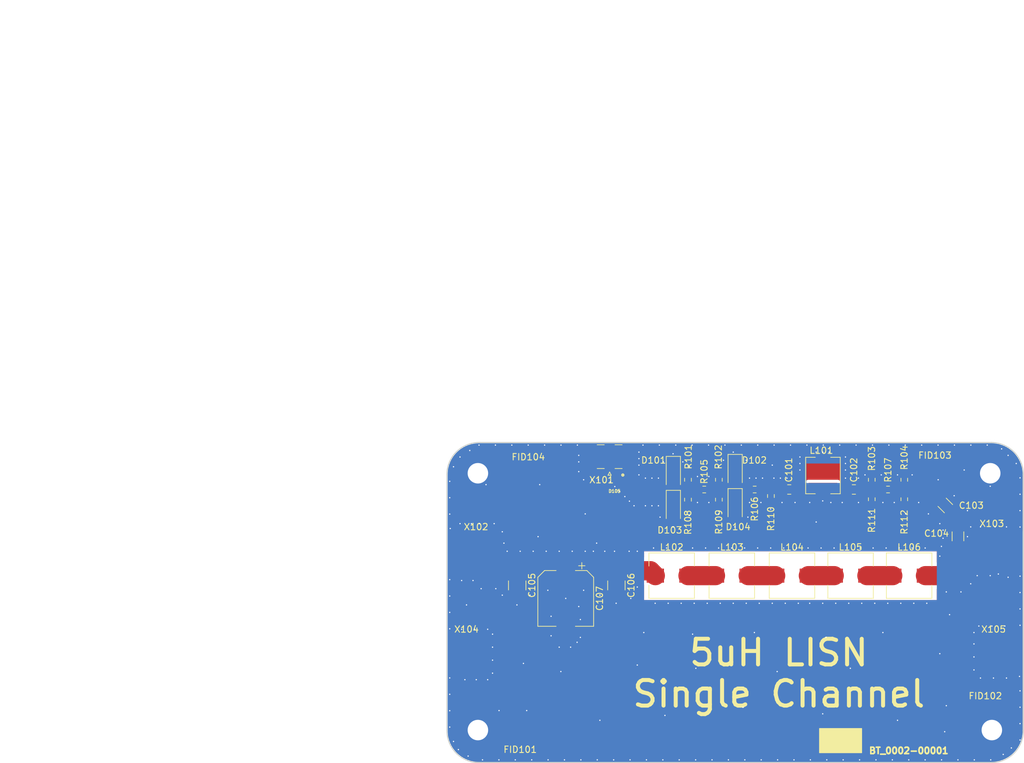
<source format=kicad_pcb>
(kicad_pcb (version 20240108) (generator "pcbnew") (generator_version "8.0")
  (layers (0 "F.Cu" signal) (31 "B.Cu" signal) (34 "B.Paste" user) (35 "F.Paste" user) (36 "B.SilkS" user "B.Silkscreen") (37 "F.SilkS" user "F.Silkscreen") (38 "B.Mask" user) (39 "F.Mask" user) (44 "Edge.Cuts" user))
  (net 0 "")
  (net 1 "Net-(C101-Pad2)")
  (net 2 "Net-(C101-Pad1)")
  (net 3 "Net-(C102-Pad2)")
  (net 4 "Net-(C103-Pad2)")
  (net 5 "Net-(C103-Pad1)")
  (net 6 "Net-(X103-Pin_1)")
  (net 7 "GND")
  (net 8 "Net-(X102-Pin_1)")
  (net 9 "Net-(D101-A)")
  (net 10 "Net-(D102-A)")
  (net 11 "Net-(L102-Pad2)")
  (net 12 "Net-(L103-Pad2)")
  (net 13 "Net-(L104-Pad2)")
  (net 14 "Net-(L105-Pad2)")
  (footprint "Capacitor_SMD:C_1210_3225Metric" (layer "F.Cu") (at 96.266 91.186 -90)
    (property "Reference" "C106")
    (property "Value" "2u2 100V" (hide yes))
  )
  (footprint "Resistor_SMD:R_0603_1608Metric" (layer "F.Cu") (at 136.144 77.724 -90)
    (property "Reference" "R111")
    (property "Value" "510R" (hide yes))
  )
  (footprint "Resistor_SMD:R_0603_1608Metric" (layer "F.Cu") (at 107.442 77.787 -90)
    (property "Reference" "R108")
    (property "Value" "910R" (hide yes))
  )
  (footprint "Fiducial:Fiducial_0.5mm_Mask1mm" (layer "F.Cu") (at 149.564 70.866)
    (property "Reference" "FID103")
    (property "Value" "Fiducial_05_1" (hide yes))
  )
  (footprint "Diode_SMD:D_MiniMELF" (layer "F.Cu") (at 114.808 73.378 -90)
    (property "Reference" "D102")
    (property "Value" "LL4148" (hide yes))
  )
  (footprint "MountingHole:MountingHole_3.2mm_M3_DIN965_Pad_TopBottom" (layer "F.Cu") (at 154.898 113.792)
    (property "Reference" "H103" (hide yes))
    (property "Value" "MountingHole_Pad" (hide yes))
  )
  (footprint "MountingHole:MountingHole_3.2mm_M3_DIN965_Pad_TopBottom" (layer "F.Cu") (at 74.634 73.66)
    (property "Reference" "H101" (hide yes))
    (property "Value" "MountingHole_Pad" (hide yes))
  )
  (footprint "Capacitor_SMD:C_1206_3216Metric" (layer "F.Cu") (at 147.627966 78.695966 -45)
    (property "Reference" "C103")
    (property "Value" "100n 250V" (hide yes))
  )
  (footprint "MountingHole:MountingHole_3.2mm_M3_DIN965_Pad_TopBottom" (layer "F.Cu") (at 74.634 113.792)
    (property "Reference" "H104" (hide yes))
    (property "Value" "MountingHole_Pad" (hide yes))
  )
  (footprint "Inductor_SMD:L_Wuerth_HCI-7050" (layer "F.Cu") (at 141.976 89.662)
    (property "Reference" "L106")
    (property "Value" "1.1uH 15A" (hide yes))
  )
  (footprint "Resistor_SMD:R_0603_1608Metric" (layer "F.Cu") (at 117.856 76.2)
    (property "Reference" "R106")
    (property "Value" "27R" (hide yes))
  )
  (footprint "bt_footprints:SLB4_6x6mm" (layer "F.Cu") (at 72.856 101.854)
    (property "Reference" "X104")
    (property "Value" "SLB4,BLACK" (hide yes))
  )
  (footprint "MountingHole:MountingHole_3.2mm_M3_DIN965_Pad_TopBottom" (layer "F.Cu") (at 154.644 73.66)
    (property "Reference" "H102" (hide yes))
    (property "Value" "MountingHole_Pad" (hide yes))
  )
  (footprint "Resistor_SMD:R_0603_1608Metric" (layer "F.Cu") (at 107.442 74.676 -90)
    (property "Reference" "R101")
    (property "Value" "820R" (hide yes))
  )
  (footprint "Resistor_SMD:R_0603_1608Metric" (layer "F.Cu") (at 112.268 74.676 -90)
    (property "Reference" "R102")
    (property "Value" "180R" (hide yes))
  )
  (footprint "Resistor_SMD:R_0603_1608Metric" (layer "F.Cu") (at 109.982 76.2)
    (property "Reference" "R105")
    (property "Value" "12R" (hide yes))
  )
  (footprint "Fiducial:Fiducial_0.5mm_Mask1mm" (layer "F.Cu") (at 157.438 108.458)
    (property "Reference" "FID102")
    (property "Value" "Fiducial_05_1" (hide yes))
  )
  (footprint "Fiducial:Fiducial_0.5mm_Mask1mm" (layer "F.Cu") (at 78.952 71.12)
    (property "Reference" "FID104")
    (property "Value" "Fiducial_05_1" (hide yes))
  )
  (footprint "Resistor_SMD:R_0603_1608Metric" (layer "F.Cu") (at 138.684 76.2)
    (property "Reference" "R107")
    (property "Value" "18R" (hide yes))
  )
  (footprint "Inductor_SMD:L_Wuerth_HCI-7050" (layer "F.Cu") (at 114.29 89.662)
    (property "Reference" "L103")
    (property "Value" "1.1uH 15A" (hide yes))
  )
  (footprint "Inductor_SMD:L_Wuerth_HCI-7050" (layer "F.Cu") (at 123.688 89.662)
    (property "Reference" "L104")
    (property "Value" "1.1uH 15A" (hide yes))
  )
  (footprint "bt_footprints:SLB4_6x6mm" (layer "F.Cu") (at 74.634 85.852)
    (property "Reference" "X102")
    (property "Value" "SLB4,RED" (hide yes))
  )
  (footprint "Capacitor_SMD:C_1210_3225Metric" (layer "F.Cu") (at 80.772 91.186 -90)
    (property "Reference" "C105")
    (property "Value" "2u2 100V" (hide yes))
  )
  (footprint "Diode_SMD:D_MiniMELF" (layer "F.Cu") (at 114.808 78.712 -90)
    (property "Reference" "D104")
    (property "Value" "LL4148" (hide yes))
  )
  (footprint "Capacitor_SMD:C_1206_3216Metric" (layer "F.Cu") (at 149.606 83.517 -90)
    (property "Reference" "C104")
    (property "Value" "100n 250V" (hide yes))
  )
  (footprint "Diode_SMD:D_MiniMELF" (layer "F.Cu") (at 105.156 78.994 -90)
    (property "Reference" "D103")
    (property "Value" "LL4148" (hide yes))
  )
  (footprint "Inductor_SMD:L_Wuerth_HCI-7050" (layer "F.Cu") (at 104.892 89.662)
    (property "Reference" "L102")
    (property "Value" "1.1uH 15A" (hide yes))
  )
  (footprint "Capacitor_SMD:C_0805_2012Metric" (layer "F.Cu") (at 123.256001 76.2)
    (property "Reference" "C101")
    (property "Value" "470n 50V" (hide yes))
  )
  (footprint "bt_footprints:WE-TVS_DFN1210-6L" (layer "F.Cu") (at 97.266517 75.210517 -135)
    (property "Reference" "D105")
    (property "Value" "3.3Vdc" (hide yes))
  )
  (footprint "Inductor_SMD:L_Wuerth_HCI-7050" (layer "F.Cu") (at 132.832 89.662)
    (property "Reference" "L105")
    (property "Value" "1.1uH 15A" (hide yes))
  )
  (footprint "bt_footprints:SLB4_6x6mm" (layer "F.Cu") (at 156.676 101.854)
    (property "Reference" "X105")
    (property "Value" "SLB4,BLACK" (hide yes))
  )
  (footprint "Resistor_SMD:R_0603_1608Metric" (layer "F.Cu") (at 112.268 77.787 -90)
    (property "Reference" "R109")
    (property "Value" "270R" (hide yes))
  )
  (footprint "Fiducial:Fiducial_0.5mm_Mask1mm" (layer "F.Cu") (at 77.682 116.84)
    (property "Reference" "FID101")
    (property "Value" "Fiducial_05_1" (hide yes))
  )
  (footprint "Resistor_SMD:R_0603_1608Metric" (layer "F.Cu") (at 136.144 74.676 -90)
    (property "Reference" "R103")
    (property "Value" "680R" (hide yes))
  )
  (footprint "Capacitor_SMD:C_0805_2012Metric" (layer "F.Cu") (at 133.35 76.2)
    (property "Reference" "C102")
    (property "Value" "470n 50V" (hide yes))
  )
  (footprint "Capacitor_SMD:CP_Elec_8x10.5" (layer "F.Cu") (at 88.35 93.218 -90)
    (property "Reference" "C107")
    (property "Value" "22u 100V" (hide yes))
  )
  (footprint "Diode_SMD:D_MiniMELF" (layer "F.Cu") (at 105.156 73.688 -90)
    (property "Reference" "D101")
    (property "Value" "LL4148" (hide yes))
  )
  (footprint "bt_footprints:L_WE-LQS-5040" (layer "F.Cu") (at 128.524 74.020999 90)
    (property "Reference" "L101")
    (property "Value" "1mH 0.2A" (hide yes))
  )
  (footprint "Resistor_SMD:R_0603_1608Metric" (layer "F.Cu") (at 141.224 77.724 -90)
    (property "Reference" "R112")
    (property "Value" "680R" (hide yes))
  )
  (footprint "Resistor_SMD:R_0603_1608Metric" (layer "F.Cu") (at 141.224 74.676 -90)
    (property "Reference" "R104")
    (property "Value" "680R" (hide yes))
  )
  (footprint "Connector_Coaxial:SMA_Samtec_SMA-J-P-X-ST-EM1_EdgeMount" (layer "F.Cu") (at 95.208 71.2105 180)
    (property "Reference" "X101")
    (property "Value" "Conn_Coaxial_Small")
  )
  (footprint "bt_footprints:SLB4_6x6mm" (layer "F.Cu") (at 154.898 85.852)
    (property "Reference" "X103")
    (property "Value" "SLB4,RED" (hide yes))
  )
  (footprint "Resistor_SMD:R_0603_1608Metric" (layer "F.Cu") (at 120.396 77.216 -90)
    (property "Reference" "R110")
    (property "Value" "220R" (hide yes))
  )
  (gr_rect (start 127.974 113.538) (end 134.578 117.348) (stroke (width 0.1)) (fill solid) (layer "F.SilkS"))
  (gr_arc (start 74.808 118.872) (mid 71.272466 117.407534) (end 69.808 113.872001) (stroke (width 0.2)) (layer "Edge.Cuts"))
  (gr_arc (start 154.808 68.872) (mid 158.343534 70.336466) (end 159.808 73.872) (stroke (width 0.2)) (layer "Edge.Cuts"))
  (gr_line (start 159.808 73.872) (end 159.808 113.872) (stroke (width 0.2)) (layer "Edge.Cuts"))
  (gr_line (start 74.807999 68.872) (end 154.808 68.872) (stroke (width 0.2)) (layer "Edge.Cuts"))
  (gr_arc (start 159.808 113.872) (mid 158.343534 117.407534) (end 154.808 118.872) (stroke (width 0.2)) (layer "Edge.Cuts"))
  (gr_line (start 69.808 113.872001) (end 69.808 73.872) (stroke (width 0.2)) (layer "Edge.Cuts"))
  (gr_arc (start 69.808 73.872) (mid 71.272466 70.336466) (end 74.807999 68.872) (stroke (width 0.2)) (layer "Edge.Cuts"))
  (gr_line (start 154.808 118.872) (end 74.808 118.872) (stroke (width 0.2)) (layer "Edge.Cuts"))
  (gr_text "BT_0002-00001" (at 135.594 117.602 0) (layer "F.SilkS") (effects (font (size 1 1) (thickness 0.25) (bold yes)) (justify left bottom)))
  (gr_text "5uH LISN\nSingle Channel" (at 121.624 110.49 0) (layer "F.SilkS") (effects (font (size 4 4) (thickness 0.625)) (justify bottom)))
  (segment (start 132.4 76.2) (end 124.206001 76.2) (width 1) (layer "F.Cu") (net 1))
  (segment (start 122.306001 76.2) (end 118.681 76.2) (width 1) (layer "F.Cu") (net 2))
  (segment (start 136.144 75.501) (end 136.144 76.899) (width 1) (layer "F.Cu") (net 3))
  (segment (start 137.859 76.2) (end 134.3 76.2) (width 1) (layer "F.Cu") (net 3))
  (segment (start 149.606 82.042) (end 149.606 80.674) (width 1) (layer "F.Cu") (net 4))
  (segment (start 149.606 80.674) (end 148.670949 79.738949) (width 1) (layer "F.Cu") (net 4))
  (segment (start 139.509 76.2) (end 145.132 76.2) (width 1) (layer "F.Cu") (net 5))
  (segment (start 145.132 76.2) (end 146.584983 77.652983) (width 1) (layer "F.Cu") (net 5))
  (segment (start 141.224 75.501) (end 141.224 76.899) (width 1) (layer "F.Cu") (net 5))
  (segment (start 154.898 85.852) (end 151.921638 85.852) (width 3) (layer "F.Cu") (net 6))
  (segment (start 149.606 84.992) (end 149.606 87.672) (width 1) (layer "F.Cu") (net 6))
  (segment (start 148.111638 89.662) (end 144.526 89.662) (width 3) (layer "F.Cu") (net 6))
  (segment (start 149.606 87.672) (end 149.853819 87.919819) (width 1) (layer "F.Cu") (net 6))
  (segment (start 149.853819 87.919819) (end 148.111638 89.662) (width 3) (layer "F.Cu") (net 6))
  (segment (start 151.921638 85.852) (end 149.853819 87.919819) (width 3) (layer "F.Cu") (net 6))
  (segment (start 151.061638 84.992) (end 151.921638 85.852) (width 1) (layer "F.Cu") (net 6))
  (segment (start 149.606 84.992) (end 151.061638 84.992) (width 1) (layer "F.Cu") (net 6))
  (segment (start 97.293034 75.802719) (end 97.293034 75.892966) (width 0.15) (layer "F.Cu") (net 7))
  (segment (start 96.674315 75.184) (end 96.56516 75.184) (width 0.15) (layer "F.Cu") (net 7))
  (segment (start 96.674315 75.184) (end 97.293034 75.802719) (width 0.15) (layer "F.Cu") (net 7))
  (segment (start 97.293034 75.892966) (end 96.732 76.454) (width 0.15) (layer "F.Cu") (net 7))
  (segment (start 96.56516 75.184) (end 96.01358 75.73558) (width 0.15) (layer "F.Cu") (net 7))
  (via (at 82.491202 69.259) (size 0.45) (drill 0.2) (layers "F.Cu" "B.Cu") (net 7))
  (via (at 77.936 110.744) (size 0.45) (drill 0.2) (layers "F.Cu" "B.Cu") (net 7))
  (via (at 104.098 85.344) (size 0.45) (drill 0.2) (layers "F.Cu" "B.Cu") (net 7))
  (via (at 146.516 74.676) (size 0.45) (drill 0.2) (layers "F.Cu" "B.Cu") (net 7))
  (via (at 108.924 74.168) (size 0.45) (drill 0.2) (layers "F.Cu" "B.Cu") (net 7))
  (via (at 85.302 85.852) (size 0.45) (drill 0.2) (layers "F.Cu" "B.Cu") (net 7))
  (via (at 134.07 74.422) (size 0.45) (drill 0.2) (layers "F.Cu" "B.Cu") (net 7))
  (via (at 134.324 85.344) (size 0.45) (drill 0.2) (layers "F.Cu" "B.Cu") (net 7))
  (via (at 154.644 89.662) (size 0.45) (drill 0.2) (layers "F.Cu" "B.Cu") (net 7))
  (via (at 79.206 85.852) (size 0.45) (drill 0.2) (layers "F.Cu" "B.Cu") (net 7))
  (via (at 90.128 100.076) (size 0.45) (drill 0.2) (layers "F.Cu" "B.Cu") (net 7))
  (via (at 108.636899 118.447) (size 0.45) (drill 0.2) (layers "F.Cu" "B.Cu") (net 7))
  (via (at 140.42 85.344) (size 0.45) (drill 0.2) (layers "F.Cu" "B.Cu") (net 7))
  (via (at 112.226 80.01) (size 0.45) (drill 0.2) (layers "F.Cu" "B.Cu") (net 7))
  (via (at 76.158 98.044) (size 0.45) (drill 0.2) (layers "F.Cu" "B.Cu") (net 7))
  (via (at 114.258 85.344) (size 0.45) (drill 0.2) (layers "F.Cu" "B.Cu") (net 7))
  (via (at 126.015605 69.259) (size 0.45) (drill 0.2) (layers "F.Cu" "B.Cu") (net 7))
  (via (at 118.334828 69.259) (size 0.45) (drill 0.2) (layers "F.Cu" "B.Cu") (net 7))
  (via (at 136.102 72.644) (size 0.45) (drill 0.2) (layers "F.Cu" "B.Cu") (net 7))
  (via (at 103.59 71.882) (size 0.45) (drill 0.2) (layers "F.Cu" "B.Cu") (net 7))
  (via (at 93.43 74.676) (size 0.45) (drill 0.2) (layers "F.Cu" "B.Cu") (net 7))
  (via (at 108.162 98.806) (size 0.45) (drill 0.2) (layers "F.Cu" "B.Cu") (net 7))
  (via (at 106.13 85.344) (size 0.45) (drill 0.2) (layers "F.Cu" "B.Cu") (net 7))
  (via (at 100.956122 118.447) (size 0.45) (drill 0.2) (layers "F.Cu" "B.Cu") (net 7))
  (via (at 130.514 93.98) (size 0.45) (drill 0.2) (layers "F.Cu" "B.Cu") (net 7))
  (via (at 153.12 82.042) (size 0.45) (drill 0.2) (layers "F.Cu" "B.Cu") (net 7))
  (via (at 101.812001 78.74) (size 0.45) (drill 0.2) (layers "F.Cu" "B.Cu") (net 7))
  (via (at 154.178454 69.259) (size 0.45) (drill 0.2) (layers "F.Cu" "B.Cu") (net 7))
  (via (at 121.37 104.648) (size 0.45) (drill 0.2) (layers "F.Cu" "B.Cu") (net 7))
  (via (at 132.038 71.12) (size 0.45) (drill 0.2) (layers "F.Cu" "B.Cu") (net 7))
  (via (at 126.45 93.98) (size 0.45) (drill 0.2) (layers "F.Cu" "B.Cu") (net 7))
  (via (at 159.299 107.662885) (size 0.45) (drill 0.2) (layers "F.Cu" "B.Cu") (net 7))
  (via (at 155.406 82.042) (size 0.45) (drill 0.2) (layers "F.Cu" "B.Cu") (net 7))
  (via (at 134.07 78.232) (size 0.45) (drill 0.2) (layers "F.Cu" "B.Cu") (net 7))
  (via (at 147.278 83.82) (size 0.45) (drill 0.2) (layers "F.Cu" "B.Cu") (net 7))
  (via (at 121.438194 118.447) (size 0.45) (drill 0.2) (layers "F.Cu" "B.Cu") (net 7))
  (via (at 89.112 100.838) (size 0.45) (drill 0.2) (layers "F.Cu" "B.Cu") (net 7))
  (via (at 70.233 105.645719) (size 0.45) (drill 0.2) (layers "F.Cu" "B.Cu") (net 7))
  (via (at 120.862 74.422) (size 0.45) (drill 0.2) (layers "F.Cu" "B.Cu") (net 7))
  (via (at 88.35 93.218) (size 0.45) (drill 0.2) (layers "F.Cu" "B.Cu") (net 7))
  (via (at 152.104 100.33) (size 0.45) (drill 0.2) (layers "F.Cu" "B.Cu") (net 7))
  (via (at 95.97 85.852) (size 0.45) (drill 0.2) (layers "F.Cu" "B.Cu") (net 7))
  (via (at 157.438 89.916) (size 0.45) (drill 0.2) (layers "F.Cu" "B.Cu") (net 7))
  (via (at 113.21431 69.259) (size 0.45) (drill 0.2) (layers "F.Cu" "B.Cu") (net 7))
  (via (at 75.353532 118.447) (size 0.45) (drill 0.2) (layers "F.Cu" "B.Cu") (net 7))
  (via (at 137.626 73.914) (size 0.45) (drill 0.2) (layers "F.Cu" "B.Cu") (net 7))
  (via (at 150.58 73.152) (size 0.45) (drill 0.2) (layers "F.Cu" "B.Cu") (net 7))
  (via (at 75.904 75.438) (size 0.45) (drill 0.2) (layers "F.Cu" "B.Cu") (net 7))
  (via (at 90.382 94.488) (size 0.45) (drill 0.2) (layers "F.Cu" "B.Cu") (net 7))
  (via (at 90.636 96.52) (size 0.45) (drill 0.2) (layers "F.Cu" "B.Cu") (net 7))
  (via (at 111.197158 118.447) (size 0.45) (drill 0.2) (layers "F.Cu" "B.Cu") (net 7))
  (via (at 120.895087 69.259) (size 0.45) (drill 0.2) (layers "F.Cu" "B.Cu") (net 7))
  (via (at 159.299 110.223144) (size 0.45) (drill 0.2) (layers "F.Cu" "B.Cu") (net 7))
  (via (at 122.386 85.344) (size 0.45) (drill 0.2) (layers "F.Cu" "B.Cu") (net 7))
  (via (at 100.796 74.422) (size 0.45) (drill 0.2) (layers "F.Cu" "B.Cu") (net 7))
  (via (at 151.088 79.502) (size 0.45) (drill 0.2) (layers "F.Cu" "B.Cu") (net 7))
  (via (at 100.542 98.552) (size 0.45) (drill 0.2) (layers "F.Cu" "B.Cu") (net 7))
  (via (at 76.92 100.838) (size 0.45) (drill 0.2) (layers "F.Cu" "B.Cu") (net 7))
  (via (at 124.418 85.344) (size 0.45) (drill 0.2) (layers "F.Cu" "B.Cu") (net 7))
  (via (at 107.654 80.264) (size 0.45) (drill 0.2) (layers "F.Cu" "B.Cu") (net 7))
  (via (at 117.052 78.232) (size 0.45) (drill 0.2) (layers "F.Cu" "B.Cu") (net 7))
  (via (at 74.888 81.534) (size 0.45) (drill 0.2) (layers "F.Cu" "B.Cu") (net 7))
  (via (at 142.452 85.344) (size 0.45) (drill 0.2) (layers "F.Cu" "B.Cu") (net 7))
  (via (at 152.104 98.552) (size 0.45) (drill 0.2) (layers "F.Cu" "B.Cu") (net 7))
  (via (at 84.032 83.566) (size 0.45) (drill 0.2) (layers "F.Cu" "B.Cu") (net 7))
  (via (at 110.448 93.98) (size 0.45) (drill 0.2) (layers "F.Cu" "B.Cu") (net 7))
  (via (at 107.654 72.644) (size 0.45) (drill 0.2) (layers "F.Cu" "B.Cu") (net 7))
  (via (at 90.382 70.866) (size 0.45) (drill 0.2) (layers "F.Cu" "B.Cu") (net 7))
  (via (at 85.051461 69.259) (size 0.45) (drill 0.2) (layers "F.Cu" "B.Cu") (net 7))
  (via (at 90.382 71.882) (size 0.45) (drill 0.2) (layers "F.Cu" "B.Cu") (net 7))
  (via (at 92.668 85.852) (size 0.45) (drill 0.2) (layers "F.Cu" "B.Cu") (net 7))
  (via (at 116.29 85.344) (size 0.45) (drill 0.2) (layers "F.Cu" "B.Cu") (net 7))
  (via (at 118.576 93.98) (size 0.45) (drill 0.2) (layers "F.Cu" "B.Cu") (net 7))
  (via (at 89.366 85.852) (size 0.45) (drill 0.2) (layers "F.Cu" "B.Cu") (net 7))
  (via (at 124.926 73.152) (size 0.45) (drill 0.2) (layers "F.Cu" "B.Cu") (net 7))
  (via (at 98.51 93.218) (size 0.45) (drill 0.2) (layers "F.Cu" "B.Cu") (net 7))
  (via (at 73.618 81.534) (size 0.45) (drill 0.2) (layers "F.Cu" "B.Cu") (net 7))
  (via (at 98.395863 118.447) (size 0.45) (drill 0.2) (layers "F.Cu" "B.Cu") (net 7))
  (via (at 151.618195 69.259) (size 0.45) (drill 0.2) (layers "F.Cu" "B.Cu") (net 7))
  (via (at 117.814 98.552) (size 0.45) (drill 0.2) (layers "F.Cu" "B.Cu") (net 7))
  (via (at 128.482 93.98) (size 0.45) (drill 0.2) (layers "F.Cu" "B.Cu") (net 7))
  (via (at 82.254 110.744) (size 0.45) (drill 0.2) (layers "F.Cu" "B.Cu") (net 7))
  (via (at 136.102 80.01) (size 0.45) (drill 0.2) (layers "F.Cu" "B.Cu") (net 7))
  (via (at 135.086 73.914) (size 0.45) (drill 0.2) (layers "F.Cu" "B.Cu") (net 7))
  (via (at 118.322 85.344) (size 0.45) (drill 0.2) (layers "F.Cu" "B.Cu") (net 7))
  (via (at 88.154827 118.447) (size 0.45) (drill 0.2) (layers "F.Cu" "B.Cu") (net 7))
  (via (at 118.068001 74.422) (size 0.45) (drill 0.2) (layers "F.Cu" "B.Cu") (net 7))
  (via (at 72.094 90.424) (size 0.45) (drill 0.2) (layers "F.Cu" "B.Cu") (net 7))
  (via (at 155.914 89.408) (size 0.45) (drill 0.2) (layers "F.Cu" "B.Cu") (net 7))
  (via (at 93.176 84.582) (size 0.45) (drill 0.2) (layers "F.Cu" "B.Cu") (net 7))
  (via (at 119.084 74.422) (size 0.45) (drill 0.2) (layers "F.Cu" "B.Cu") (net 7))
  (via (at 78.444 92.71) (size 0.45) (drill 0.2) (layers "F.Cu" "B.Cu") (net 7))
  (via (at 127.466 81.28) (size 0.45) (drill 0.2) (layers "F.Cu" "B.Cu") (net 7))
  (via (at 152.104 104.394) (size 0.45) (drill 0.2) (layers "F.Cu" "B.Cu") (net 7))
  (via (at 103.844 111.506) (size 0.45) (drill 0.2) (layers "F.Cu" "B.Cu") (net 7))
  (via (at 156.676 117.602) (size 0.45) (drill 0.2) (layers "F.Cu" "B.Cu") (net 7))
  (via (at 126.45 78.232) (size 0.45) (drill 0.2) (layers "F.Cu" "B.Cu") (net 7))
  (via (at 147.786 109.982) (size 0.45) (drill 0.2) (layers "F.Cu" "B.Cu") (net 7))
  (via (at 90.715086 118.447) (size 0.45) (drill 0.2) (layers "F.Cu" "B.Cu") (net 7))
  (via (at 144.992 80.01) (size 0.45) (drill 0.2) (layers "F.Cu" "B.Cu") (net 7))
  (via (at 157.438 70.866) (size 0.45) (drill 0.2) (layers "F.Cu" "B.Cu") (net 7))
  (via (at 120.608 93.98) (size 0.45) (drill 0.2) (layers "F.Cu" "B.Cu") (net 7))
  (via (at 86.064 96.012) (size 0.45) (drill 0.2) (layers "F.Cu" "B.Cu") (net 7))
  (via (at 128.228 85.344) (size 0.45) (drill 0.2) (layers "F.Cu" "B.Cu") (net 7))
  (via (at 96.224 93.98) (size 0.45) (drill 0.2) (layers "F.Cu" "B.Cu") (net 7))
  (via (at 87.334 100.838) (size 0.45) (drill 0.2) (layers "F.Cu" "B.Cu") (net 7))
  (via (at 152.612 89.662) (size 0.45) (drill 0.2) (layers "F.Cu" "B.Cu") (net 7))
  (via (at 93.684 92.71) (size 0.45) (drill 0.2) (layers "F.Cu" "B.Cu") (net 7))
  (via (at 84.286 75.438) (size 0.45) (drill 0.2) (layers "F.Cu" "B.Cu") (net 7))
  (via (at 124.672 93.98) (size 0.45) (drill 0.2) (layers "F.Cu" "B.Cu") (net 7))
  (via (at 70.824 72.644) (size 0.45) (drill 0.2) (layers "F.Cu" "B.Cu") (net 7))
  (via (at 96.01358 75.73558) (size 0.45) (drill 0.2) (layers "F.Cu" "B.Cu") (net 7))
  (via (at 114.512 93.98) (size 0.45) (drill 0.2) (layers "F.Cu" "B.Cu") (net 7))
  (via (at 156.93 97.536) (size 0.45) (drill 0.2) (layers "F.Cu" "B.Cu") (net 7))
  (via (at 117.052 74.422) (size 0.45) (drill 0.2) (layers "F.Cu" "B.Cu") (net 7))
  (via (at 116.317676 118.447) (size 0.45) (drill 0.2) (layers "F.Cu" "B.Cu") (net 7))
  (via (at 146.77 81.534) (size 0.45) (drill 0.2) (layers "F.Cu" "B.Cu") (net 7))
  (via (at 128.482001 70.358) (size 0.45) (drill 0.2) (layers "F.Cu" "B.Cu") (net 7))
  (via (at 122.894 74.422) (size 0.45) (drill 0.2) (layers "F.Cu" "B.Cu") (net 7))
  (via (at 159.299 92.301331) (size 0.45) (drill 0.2) (layers "F.Cu" "B.Cu") (net 7))
  (via (at 70.316 82.296) (size 0.45) (drill 0.2) (layers "F.Cu" "B.Cu") (net 7))
  (via (at 116.544 93.98) (size 0.45) (drill 0.2) (layers "F.Cu" "B.Cu") (net 7))
  (via (at 146.77 101.854) (size 0.45) (drill 0.2) (layers "F.Cu" "B.Cu") (net 7))
  (via (at 154.721561 118.447) (size 0.45) (drill 0.2) (layers "F.Cu" "B.Cu") (net 7))
  (via (at 73.364 70.104) (size 0.45) (drill 0.2) (layers "F.Cu" "B.Cu") (net 7))
  (via (at 70.233 110.766237) (size 0.45) (drill 0.2) (layers "F.Cu" "B.Cu") (net 7))
  (via (at 76.92 102.87) (size 0.45) (drill 0.2) (layers "F.Cu" "B.Cu") (net 7))
  (via (at 77.370684 69.259) (size 0.45) (drill 0.2) (layers "F.Cu" "B.Cu") (net 7))
  (via (at 71.586 116.84) (size 0.45) (drill 0.2) (layers "F.Cu" "B.Cu") (net 7))
  (via (at 102.32 93.98) (size 0.45) (drill 0.2) (layers "F.Cu" "B.Cu") (net 7))
  (via (at 104.352 93.98) (size 0.45) (drill 0.2) (layers "F.Cu" "B.Cu") (net 7))
  (via (at 110.702 78.232) (size 0.45) (drill 0.2) (layers "F.Cu" "B.Cu") (net 7))
  (via (at 131.53 78.232) (size 0.45) (drill 0.2) (layers "F.Cu" "B.Cu") (net 7))
  (via (at 138.8169 69.259) (size 0.45) (drill 0.2) (layers "F.Cu" "B.Cu") (net 7))
  (via (at 73.11 117.856) (size 0.45) (drill 0.2) (layers "F.Cu" "B.Cu") (net 7))
  (via (at 90.636 99.314) (size 0.45) (drill 0.2) (layers "F.Cu" "B.Cu") (net 7))
  (via (at 142.452 73.914) (size 0.45) (drill 0.2) (layers "F.Cu" "B.Cu") (net 7))
  (via (at 155.152 105.664) (size 0.45) (drill 0.2) (layers "F.Cu" "B.Cu") (net 7))
  (via (at 141.182 72.644) (size 0.45) (drill 0.2) (layers "F.Cu" "B.Cu") (net 7))
  (via (at 108.416 93.98) (size 0.45) (drill 0.2) (layers "F.Cu" "B.Cu") (net 7))
  (via (at 102.066 85.344) (size 0.45) (drill 0.2) (layers "F.Cu" "B.Cu") (net 7))
  (via (at 122.132 78.232) (size 0.45) (drill 0.2) (layers "F.Cu" "B.Cu") (net 7))
  (via (at 97.581159 77.303159) (size 0.45) (drill 0.2) (layers "F.Cu" "B.Cu") (net 7))
  (via (at 87.588 104.648) (size 0.45) (drill 0.2) (layers "F.Cu" "B.Cu") (net 7))
  (via (at 103.082 80.518) (size 0.45) (drill 0.2) (layers "F.Cu" "B.Cu") (net 7))
  (via (at 129.498 70.358) (size 0.45) (drill 0.2) (layers "F.Cu" "B.Cu") (net 7))
  (via (at 70.233 90.284165) (size 0.45) (drill 0.2) (layers "F.Cu" "B.Cu") (net 7))
  (via (at 146.77 86.614) (size 0.45) (drill 0.2) (layers "F.Cu" "B.Cu") (net 7))
  (via (at 136.61 93.98) (size 0.45) (drill 0.2) (layers "F.Cu" "B.Cu") (net 7))
  (via (at 118.877935 118.447) (size 0.45) (drill 0.2) (layers "F.Cu" "B.Cu") (net 7))
  (via (at 74.38 105.918) (size 0.45) (drill 0.2) (layers "F.Cu" "B.Cu") (net 7))
  (via (at 140.166 73.914) (size 0.45) (drill 0.2) (layers "F.Cu" "B.Cu") (net 7))
  (via (at 70.233 97.964942) (size 0.45) (drill 0.2) (layers "F.Cu" "B.Cu") (net 7))
  (via (at 76.92 104.902) (size 0.45) (drill 0.2) (layers "F.Cu" "B.Cu") (net 7))
  (via (at 100.796 78.74) (size 0.45) (drill 0.2) (layers "F.Cu" "B.Cu") (net 7))
  (via (at 157.946 116.586) (size 0.45) (drill 0.2) (layers "F.Cu" "B.Cu") (net 7))
  (via (at 105.533533 69.259) (size 0.45) (drill 0.2) (layers "F.Cu" "B.Cu") (net 7))
  (via (at 106.638 71.882) (size 0.45) (drill 0.2) (layers "F.Cu" "B.Cu") (net 7))
  (via (at 136.799748 118.447) (size 0.45) (drill 0.2) (layers "F.Cu" "B.Cu") (net 7))
  (via (at 134.578 93.98) (size 0.45) (drill 0.2) (layers "F.Cu" "B.Cu") (net 7))
  (via (at 144.484 85.344) (size 0.45) (drill 0.2) (layers "F.Cu" "B.Cu") (net 7))
  (via (at 141.436 80.01) (size 0.45) (drill 0.2) (layers "F.Cu" "B.Cu") (net 7))
  (via (at 159.299 76.939777) (size 0.45) (drill 0.2) (layers "F.Cu" "B.Cu") (net 7))
  (via (at 91.398 80.01) (size 0.45) (drill 0.2) (layers "F.Cu" "B.Cu") (net 7))
  (via (at 93.684 112.268) (size 0.45) (drill 0.2) (layers "F.Cu" "B.Cu") (net 7))
  (via (at 78.698 84.582) (size 0.45) (drill 0.2) (layers "F.Cu" "B.Cu") (net 7))
  (via (at 85.594568 118.447) (size 0.45) (drill 0.2) (layers "F.Cu" "B.Cu") (net 7))
  (via (at 80.47405 118.447) (size 0.45) (drill 0.2) (layers "F.Cu" "B.Cu") (net 7))
  (via (at 80.73 94.234) (size 0.45) (drill 0.2) (layers "F.Cu" "B.Cu") (net 7))
  (via (at 76.92 98.806) (size 0.45) (drill 0.2) (layers "F.Cu" "B.Cu") (net 7))
  (via (at 157.184 82.042) (size 0.45) (drill 0.2) (layers "F.Cu" "B.Cu") (net 7))
  (via (at 114.512 70.358) (size 0.45) (drill 0.2) (layers "F.Cu" "B.Cu") (net 7))
  (via (at 143.937418 69.259) (size 0.45) (drill 0.2) (layers "F.Cu" "B.Cu") (net 7))
  (via (at 153.12 105.664) (size 0.45) (drill 0.2) (layers "F.Cu" "B.Cu") (net 7))
  (via (at 148.294 95.758) (size 0.45) (drill 0.2) (layers "F.Cu" "B.Cu") (net 7))
  (via (at 116.798 80.518) (size 0.45) (drill 0.2) (layers "F.Cu" "B.Cu") (net 7))
  (via (at 124.926 71.12) (size 0.45) (drill 0.2) (layers "F.Cu" "B.Cu") (net 7))
  (via (at 154.644 75.692) (size 0.45) (drill 0.2) (layers "F.Cu" "B.Cu") (net 7))
  (via (at 103.516381 118.447) (size 0.45) (drill 0.2) (layers "F.Cu" "B.Cu") (net 7))
  (via (at 101.812001 74.422) (size 0.45) (drill 0.2) (layers "F.Cu" "B.Cu") (net 7))
  (via (at 144.480525 118.447) (size 0.45) (drill 0.2) (layers "F.Cu" "B.Cu") (net 7))
  (via (at 71.84 81.534) (size 0.45) (drill 0.2) (layers "F.Cu" "B.Cu") (net 7))
  (via (at 83.27 85.852) (size 0.45) (drill 0.2) (layers "F.Cu" "B.Cu") (net 7))
  (via (at 113.757417 118.447) (size 0.45) (drill 0.2) (layers "F.Cu" "B.Cu") (net 7))
  (via (at 91.144 74.676) (size 0.45) (drill 0.2) (layers "F.Cu" "B.Cu") (net 7))
  (via (at 87.61172 69.259) (size 0.45) (drill 0.2) (layers "F.Cu" "B.Cu") (net 7))
  (via (at 70.233 95.404683) (size 0.45) (drill 0.2) (layers "F.Cu" "B.Cu") (net 7))
  (via (at 149.601043 118.447) (size 0.45) (drill 0.2) (layers "F.Cu" "B.Cu") (net 7))
  (via (at 157.184 105.664) (size 0.45) (drill 0.2) (layers "F.Cu" "B.Cu") (net 7))
  (via (at 158.708 72.136) (size 0.45) (drill 0.2) (layers "F.Cu" "B.Cu") (net 7))
  (via (at 140.674 93.98) (size 0.45) (drill 0.2) (layers "F.Cu" "B.Cu") (net 7))
  (via (at 108.093792 69.259) (size 0.45) (drill 0.2) (layers "F.Cu" "B.Cu") (net 7))
  (via (at 149.01242 77.17242) (size 0.45) (drill 0.2) (layers "F.Cu" "B.Cu") (net 7))
  (via (at 122.64 93.98) (size 0.45) (drill 0.2) (layers "F.Cu" "B.Cu") (net 7))
  (via (at 131.67923 118.447) (size 0.45) (drill 0.2) (layers "F.Cu" "B.Cu") (net 7))
  (via (at 126.196 85.344) (size 0.45) (drill 0.2) (layers "F.Cu" "B.Cu") (net 7))
  (via (at 159.299 82.060295) (size 0.45) (drill 0.2) (layers "F.Cu" "B.Cu") (net 7))
  (via (at 102.973274 69.259) (size 0.45) (drill 0.2) (layers "F.Cu" "B.Cu") (net 7))
  (via (at 139.360007 118.447) (size 0.45) (drill 0.2) (layers "F.Cu" "B.Cu") (net 7))
  (via (at 121.878001 74.422) (size 0.45) (drill 0.2) (layers "F.Cu" "B.Cu") (net 7))
  (via (at 131.136123 69.259) (size 0.45) (drill 0.2) (layers "F.Cu" "B.Cu") (net 7))
  (via (at 134.239489 118.447) (size 0.45) (drill 0.2) (layers "F.Cu" "B.Cu") (net 7))
  (via (at 124.926 72.135999) (size 0.45) (drill 0.2) (layers "F.Cu" "B.Cu") (net 7))
  (via (at 78.444 82.804) (size 0.45) (drill 0.2) (layers "F.Cu" "B.Cu") (net 7))
  (via (at 102.828 74.422) (size 0.45) (drill 0.2) (layers "F.Cu" "B.Cu") (net 7))
  (via (at 144.738 93.98) (size 0.45) (drill 0.2) (layers "F.Cu" "B.Cu") (net 7))
  (via (at 132.038 74.422) (size 0.45) (drill 0.2) (layers "F.Cu" "B.Cu") (net 7))
  (via (at 108.162 85.344) (size 0.45) (drill 0.2) (layers "F.Cu" "B.Cu") (net 7))
  (via (at 70.233 92.844424) (size 0.45) (drill 0.2) (layers "F.Cu" "B.Cu") (net 7))
  (via (at 152.104 102.362) (size 0.45) (drill 0.2) (layers "F.Cu" "B.Cu") (net 7))
  (via (at 128.482 111.252) (size 0.45) (drill 0.2) (layers "F.Cu" "B.Cu") (net 7))
  (via (at 116.544 71.628) (size 0.45) (drill 0.2) (layers "F.Cu" "B.Cu") (net 7))
  (via (at 147.786 92.202) (size 0.45) (drill 0.2) (layers "F.Cu" "B.Cu") (net 7))
  (via (at 99.78 73.914) (size 0.45) (drill 0.2) (layers "F.Cu" "B.Cu") (net 7))
  (via (at 90.171979 69.259) (size 0.45) (drill 0.2) (layers "F.Cu" "B.Cu") (net 7))
  (via (at 159.299 97.421849) (size 0.45) (drill 0.2) (layers "F.Cu" "B.Cu") (net 7))
  (via (at 141.920266 118.447) (size 0.45) (drill 0.2) (layers "F.Cu" "B.Cu") (net 7))
  (via (at 138.642 93.98) (size 0.45) (drill 0.2) (layers "F.Cu" "B.Cu") (net 7))
  (via (at 77.913791 118.447) (size 0.45) (drill 0.2) (layers "F.Cu" "B.Cu") (net 7))
  (via (at 151.596 90.932) (size 0.45) (drill 0.2) (layers "F.Cu" "B.Cu") (net 7))
  (via (at 91.398 85.852) (size 0.45) (drill 0.2) (layers "F.Cu" "B.Cu") (net 7))
  (via (at 92.414001 74.676) (size 0.45) (drill 0.2) (layers "F.Cu" "B.Cu") (net 7))
  (via (at 156.422 69.85) (size 0.45) (drill 0.2) (layers "F.Cu" "B.Cu") (net 7))
  (via (at 99.526 103.632) (size 0.45) (drill 0.2) (layers "F.Cu" "B.Cu") (net 7))
  (via (at 150.072 92.202) (size 0.45) (drill 0.2) (layers "F.Cu" "B.Cu") (net 7))
  (via (at 99.78 72.39) (size 0.45) (drill 0.2) (layers "F.Cu" "B.Cu") (net 7))
  (via (at 70.233 74.922611) (size 0.45) (drill 0.2) (layers "F.Cu" "B.Cu") (net 7))
  (via (at 105.114 70.612) (size 0.45) (drill 0.2) (layers "F.Cu" "B.Cu") (net 7))
  (via (at 140.166 112.268) (size 0.45) (drill 0.2) (layers "F.Cu" "B.Cu") (net 7))
  (via (at 120.354 85.344) (size 0.45) (drill 0.2) (layers "F.Cu" "B.Cu") (net 7))
  (via (at 75.142 91.694) (size 0.45) (drill 0.2) (layers "F.Cu" "B.Cu") (net 7))
  (via (at 99.526 91.44) (size 0.45) (drill 0.2) (layers "F.Cu" "B.Cu") (net 7))
  (via (at 129.118971 118.447) (size 0.45) (drill 0.2) (layers "F.Cu" "B.Cu") (net 7))
  (via (at 137.88 78.232) (size 0.45) (drill 0.2) (layers "F.Cu" "B.Cu") (net 7))
  (via (at 108.924 78.232) (size 0.45) (drill 0.2) (layers "F.Cu" "B.Cu") (net 7))
  (via (at 159.299 89.741072) (size 0.45) (drill 0.2) (layers "F.Cu" "B.Cu") (net 7))
  (via (at 110.702 74.168) (size 0.45) (drill 0.2) (layers "F.Cu" "B.Cu") (net 7))
  (via (at 130.26 85.344) (size 0.45) (drill 0.2) (layers "F.Cu" "B.Cu") (net 7))
  (via (at 147.040784 118.447) (size 0.45) (drill 0.2) (layers "F.Cu" "B.Cu") (net 7))
  (via (at 74.810425 69.259) (size 0.45) (drill 0.2) (layers "F.Cu" "B.Cu") (net 7))
  (via (at 112.226 85.344) (size 0.45) (drill 0.2) (layers "F.Cu" "B.Cu") (net 7))
  (via (at 152.161302 118.447) (size 0.45) (drill 0.2) (layers "F.Cu" "B.Cu") (net 7))
  (via (at 116.036 110.236) (size 0.45) (drill 0.2) (layers "F.Cu" "B.Cu") (net 7))
  (via (at 98.256 85.852) (size 0.45) (drill 0.2) (layers "F.Cu" "B.Cu") (net 7))
  (via (at 115.774569 69.259) (size 0.45) (drill 0.2) (layers "F.Cu" "B.Cu") (net 7))
  (via (at 133.696382 69.259) (size 0.45) (drill 0.2) (layers "F.Cu" "B.Cu") (net 7))
  (via (at 72.856 94.234) (size 0.45) (drill 0.2) (layers "F.Cu" "B.Cu") (net 7))
  (via (at 73.872 90.424) (size 0.45) (drill 0.2) (layers "F.Cu" "B.Cu") (net 7))
  (via (at 70.233 77.48287) (size 0.45) (drill 0.2) (layers "F.Cu" "B.Cu") (net 7))
  (via (at 70.233 108.205978) (size 0.45) (drill 0.2) (layers "F.Cu" "B.Cu") (net 7))
  (via (at 146.497677 69.259) (size 0.45) (drill 0.2) (layers "F.Cu" "B.Cu") (net 7))
  (via (at 127.466 70.358) (size 0.45) (drill 0.2) (layers "F.Cu" "B.Cu") (net 7))
  (via (at 105.114 82.042) (size 0.45) (drill 0.2) (layers "F.Cu" "B.Cu") (net 7))
  (via (at 72.602 105.918) (size 0.45) (drill 0.2) (layers "F.Cu" "B.Cu") (net 7))
  (via (at 112.226 72.644) (size 0.45) (drill 0.2) (layers "F.Cu" "B.Cu") (net 7))
  (via (at 118.83 78.232) (size 0.45) (drill 0.2) (layers "F.Cu" "B.Cu") (net 7))
  (via (at 81.238 85.852) (size 0.45) (drill 0.2) (layers "F.Cu" "B.Cu") (net 7))
  (via (at 99.018 78.74) (size 0.45) (drill 0.2) (layers "F.Cu" "B.Cu") (net 7))
  (via (at 106.384 93.98) (size 0.45) (drill 0.2) (layers "F.Cu" "B.Cu") (net 7))
  (via (at 94.446 85.852) (size 0.45) (drill 0.2) (layers "F.Cu" "B.Cu") (net 7))
  (via (at 123.455346 69.259) (size 0.45) (drill 0.2) (layers "F.Cu" "B.Cu") (net 7))
  (via (at 110.194 85.344) (size 0.45) (drill 0.2) (layers "F.Cu" "B.Cu") (net 7))
  (via (at 132.8 104.14) (size 0.45) (drill 0.2) (layers "F.Cu" "B.Cu") (net 7))
  (via (at 77.174 81.534) (size 0.45) (drill 0.2) (layers "F.Cu" "B.Cu") (net 7))
  (via (at 159.299 112.783403) (size 0.45) (drill 0.2) (layers "F.Cu" "B.Cu") (net 7))
  (via (at 141.377159 69.259) (size 0.45) (drill 0.2) (layers "F.Cu" "B.Cu") (net 7))
  (via (at 100.413015 69.259) (size 0.45) (drill 0.2) (layers "F.Cu" "B.Cu") (net 7))
  (via (at 132.292 85.344) (size 0.45) (drill 0.2) (layers "F.Cu" "B.Cu") (net 7))
  (via (at 106.07664 118.447) (size 0.45) (drill 0.2) (layers "F.Cu" "B.Cu") (net 7))
  (via (at 99.526 85.852) (size 0.45) (drill 0.2) (layers "F.Cu" "B.Cu") (net 7))
  (via (at 72.094 98.044) (size 0.45) (drill 0.2) (layers "F.Cu" "B.Cu") (net 7))
  (via (at 123.998453 118.447) (size 0.45) (drill 0.2) (layers "F.Cu" "B.Cu") (net 7))
  (via (at 70.233 80.043129) (size 0.45) (drill 0.2) (layers "F.Cu" "B.Cu") (net 7))
  (via (at 132.038 72.135999) (size 0.45) (drill 0.2) (layers "F.Cu" "B.Cu") (net 7))
  (via (at 77.428 91.694) (size 0.45) (drill 0.2) (layers "F.Cu" "B.Cu") (net 7))
  (via (at 108.67 104.14) (size 0.45) (drill 0.2) (layers "F.Cu" "B.Cu") (net 7))
  (via (at 143.468 78.232) (size 0.45) (drill 0.2) (layers "F.Cu" "B.Cu") (net 7))
  (via (at 99.78 71.374) (size 0.45) (drill 0.2) (layers "F.Cu" "B.Cu") (net 7))
  (via (at 70.824 115.57) (size 0.45) (drill 0.2) (layers "F.Cu" "B.Cu") (net 7))
  (via (at 159.299 115.343662) (size 0.45) (drill 0.2) (layers "F.Cu" "B.Cu") (net 7))
  (via (at 159.299 74.379518) (size 0.45) (drill 0.2) (layers "F.Cu" "B.Cu") (net 7))
  (via (at 129.752 78.232) (size 0.45) (drill 0.2) (layers "F.Cu" "B.Cu") (net 7))
  (via (at 136.356 85.344) (size 0.45) (drill 0.2) (layers "F.Cu" "B.Cu") (net 7))
  (via (at 114.766 82.042) (size 0.45) (drill 0.2) (layers "F.Cu" "B.Cu") (net 7))
  (via (at 79.930943 69.259) (size 0.45) (drill 0.2) (layers "F.Cu" "B.Cu") (net 7))
  (via (at 137.88 98.552) (size 0.45) (drill 0.2) (layers "F.Cu" "B.Cu") (net 7))
  (via (at 95.295159 75.017159) (size 0.45) (drill 0.2) (layers "F.Cu" "B.Cu") (net 7))
  (via (at 139.658 78.232) (size 0.45) (drill 0.2) (layers "F.Cu" "B.Cu") (net 7))
  (via (at 90.382 73.406) (size 0.45) (drill 0.2) (layers "F.Cu" "B.Cu") (net 7))
  (via (at 154.898 97.536) (size 0.45) (drill 0.2) (layers "F.Cu" "B.Cu") (net 7))
  (via (at 128.575864 69.259) (size 0.45) (drill 0.2) (layers "F.Cu" "B.Cu") (net 7))
  (via (at 149.057936 69.259) (size 0.45) (drill 0.2) (layers "F.Cu" "B.Cu") (net 7))
  (via (at 142.706 93.98) (size 0.45) (drill 0.2) (layers "F.Cu" "B.Cu") (net 7))
  (via (at 95.835604 118.447) (size 0.45) (drill 0.2) (layers "F.Cu" "B.Cu") (net 7))
  (via (at 110.654051 69.259) (size 0.45) (drill 0.2) (layers "F.Cu" "B.Cu") (net 7))
  (via (at 126.558712 118.447) (size 0.45) (drill 0.2) (layers "F.Cu" "B.Cu") (net 7))
  (via (at 71.84 71.12) (size 0.45) (drill 0.2) (layers "F.Cu" "B.Cu") (net 7))
  (via (at 136.256641 69.259) (size 0.45) (drill 0.2) (layers "F.Cu" "B.Cu") (net 7))
  (via (at 147.278 82.55) (size 0.45) (drill 0.2) (layers "F.Cu" "B.Cu") (net 7))
  (via (at 83.034309 118.447) (size 0.45) (drill 0.2) (layers "F.Cu" "B.Cu") (net 7))
  (via (at 147.532 114.046) (size 0.45) (drill 0.2) (layers "F.Cu" "B.Cu") (net 7))
  (via (at 128.99 99.314) (size 0.45) (drill 0.2) (layers "F.Cu" "B.Cu") (net 7))
  (via (at 151.596 82.042) (size 0.45) (drill 0.2) (layers "F.Cu" "B.Cu") (net 7))
  (via (at 96.732 76.454) (size 0.45) (drill 0.2) (layers "F.Cu" "B.Cu") (net 7))
  (via (at 102.828 78.74) (size 0.45) (drill 0.2) (layers "F.Cu" "B.Cu") (net 7))
  (via (at 138.388 85.344) (size 0.45) (drill 0.2) (layers "F.Cu" "B.Cu") (net 7))
  (via (at 132.546 93.98) (size 0.45) (drill 0.2) (layers "F.Cu" "B.Cu") (net 7))
  (via (at 98.29958 78.02158) (size 0.45) (drill 0.2) (layers "F.Cu" "B.Cu") (net 7))
  (via (at 159.216 105.41) (size 0.45) (drill 0.2) (layers "F.Cu" "B.Cu") (net 7))
  (via (at 87.334 85.852) (size 0.45) (drill 0.2) (layers "F.Cu" "B.Cu") (net 7))
  (via (at 112.988 71.628) (size 0.45) (drill 0.2) (layers "F.Cu" "B.Cu") (net 7))
  (via (at 91.144 91.948) (size 0.45) (drill 0.2) (layers "F.Cu" "B.Cu") (net 7))
  (via (at 81.746 103.378) (size 0.45) (drill 0.2) (layers "F.Cu" "B.Cu") (net 7))
  (via (at 159.299 94.86159) (size 0.45) (drill 0.2) (layers "F.Cu" "B.Cu") (net 7))
  (via (at 152.866 97.536) (size 0.45) (drill 0.2) (layers "F.Cu" "B.Cu") (net 7))
  (via (at 70.233 113.326496) (size 0.45) (drill 0.2) (layers "F.Cu" "B.Cu") (net 7))
  (via (at 99.78 70.358) (size 0.45) (drill 0.2) (layers "F.Cu" "B.Cu") (net 7))
  (via (at 159.299 79.500036) (size 0.45) (drill 0.2) (layers "F.Cu" "B.Cu") (net 7))
  (via (at 86.064 99.06) (size 0.45) (drill 0.2) (layers "F.Cu" "B.Cu") (net 7))
  (via (at 85.556 91.948) (size 0.45) (drill 0.2) (layers "F.Cu" "B.Cu") (net 7))
  (via (at 147.024 85.09) (size 0.45) (drill 0.2) (layers "F.Cu" "B.Cu") (net 7))
  (via (at 120.354 79.248) (size 0.45) (drill 0.2) (layers "F.Cu" "B.Cu") (net 7))
  (via (at 151.088 83.566) (size 0.45) (drill 0.2) (layers "F.Cu" "B.Cu") (net 7))
  (via (at 128.482 77.978) (size 0.45) (drill 0.2) (layers "F.Cu" "B.Cu") (net 7))
  (via (at 74.126 98.044) (size 0.45) (drill 0.2) (layers "F.Cu" "B.Cu") (net 7))
  (via (at 82.762 92.71) (size 0.45) (drill 0.2) (layers "F.Cu" "B.Cu") (net 7))
  (via (at 120.608 72.39) (size 0.45) (drill 0.2) (layers "F.Cu" "B.Cu") (net 7))
  (via (at 124.164 78.232) (size 0.45) (drill 0.2) (layers "F.Cu" "B.Cu") (net 7))
  (via (at 93.275345 118.447) (size 0.45) (drill 0.2) (layers "F.Cu" "B.Cu") (net 7))
  (via (at 112.48 93.98) (size 0.45) (drill 0.2) (layers "F.Cu" "B.Cu") (net 7))
  (via (at 76.158 105.918) (size 0.45) (drill 0.2) (layers "F.Cu" "B.Cu") (net 7))
  (via (at 132.038 73.152) (size 0.45) (drill 0.2) (layers "F.Cu" "B.Cu") (net 7))
  (segment (start 101.58 88.9) (end 75.936 88.9) (width 3) (layer "F.Cu") (net 8))
  (segment (start 75.936 88.9) (end 74.634 87.598) (width 3) (layer "F.Cu") (net 8))
  (segment (start 102.342 89.662) (end 101.58 88.9) (width 3) (layer "F.Cu") (net 8))
  (segment (start 74.634 87.598) (end 74.634 85.852) (width 3) (layer "F.Cu") (net 8))
  (segment (start 100.288 76.2) (end 99.2325 76.2) (width 1) (layer "F.Cu") (net 9))
  (segment (start 97.416566 74.44175) (end 97.47425 74.44175) (width 0.15) (layer "F.Cu") (net 9))
  (segment (start 99.2325 76.2) (end 98.10925 75.07675) (width 1) (layer "F.Cu") (net 9))
  (segment (start 101.163 76.313) (end 101.05 76.2) (width 0.15) (layer "F.Cu") (net 9))
  (segment (start 98.019002 75.07675) (end 98.10925 75.07675) (width 0.15) (layer "F.Cu") (net 9))
  (segment (start 96.957158 74.901158) (end 97.575876 75.519876) (width 0.15) (layer "F.Cu") (net 9))
  (segment (start 97.575876 75.519876) (end 98.019002 75.07675) (width 0.15) (layer "F.Cu") (net 9))
  (segment (start 98.10925 75.07675) (end 97.47425 74.44175) (width 1) (layer "F.Cu") (net 9))
  (segment (start 96.957158 74.901158) (end 97.416566 74.44175) (width 0.15) (layer "F.Cu") (net 9))
  (segment (start 101.05 76.2) (end 100.288 76.2) (width 1) (layer "F.Cu") (net 9))
  (segment (start 95.208 72.1755) (end 95.208 71.0105) (width 1) (layer "F.Cu") (net 9))
  (segment (start 109.157 76.2) (end 101.05 76.2) (width 1) (layer "F.Cu") (net 9))
  (segment (start 97.47425 74.44175) (end 95.208 72.1755) (width 1) (layer "F.Cu") (net 9))
  (segment (start 105.156 75.438) (end 105.156 77.244) (width 1) (layer "F.Cu") (net 9))
  (segment (start 117.031 76.2) (end 110.807 76.2) (width 1) (layer "F.Cu") (net 10))
  (segment (start 114.808 75.128) (end 114.808 76.962) (width 1) (layer "F.Cu") (net 10))
  (segment (start 107.442 89.662) (end 111.74 89.662) (width 3) (layer "F.Cu") (net 11))
  (segment (start 116.84 89.662) (end 121.138 89.662) (width 3) (layer "F.Cu") (net 12))
  (segment (start 126.238 89.662) (end 130.282 89.662) (width 3) (layer "F.Cu") (net 13))
  (segment (start 135.382 89.662) (end 139.426 89.662) (width 3) (layer "F.Cu") (net 14))
  (zone (net 0) (net_name "") (layer "F.Cu") (connect_pads (clearance 0)) (min_thickness 0.25)
    (keepout (tracks not_allowed) (vias not_allowed) (pads not_allowed) (copperpour not_allowed) (footprints allowed))
    (fill (thermal_gap 0.5) (thermal_bridge_width 0.5))
    (polygon (pts (xy 69.808 82.804) (xy 71.332 82.804) (xy 71.332 88.9) (xy 69.808 88.9)))
  )
  (zone (net 0) (net_name "") (layer "F.Cu") (connect_pads (clearance 0)) (min_thickness 0.25)
    (keepout (tracks not_allowed) (vias not_allowed) (pads not_allowed) (copperpour not_allowed) (footprints allowed))
    (fill (thermal_gap 0.5) (thermal_bridge_width 0.5))
    (polygon (pts (xy 158.2 82.804) (xy 159.724 82.804) (xy 159.724 88.9) (xy 158.2 88.9)))
  )
  (zone (net 0) (net_name "") (layers "F&B.Cu") (connect_pads (clearance 0)) (min_thickness 0.25)
    (keepout (tracks allowed) (vias allowed) (pads allowed) (copperpour not_allowed) (footprints allowed))
    (fill (thermal_gap 0.5) (thermal_bridge_width 0.5))
    (polygon (pts (xy 100.584 85.852) (xy 146.304 85.852) (xy 146.304 93.472) (xy 100.584 93.472)))
  )
  (zone (net 7) (net_name "GND") (layers "F&B.Cu") (name "stitch_zone_0") (connect_pads yes (clearance 0.5)) (min_thickness 0.25) (fill yes (thermal_gap 0.5) (thermal_bridge_width 0.5) (smoothing fillet) (radius 5))
    (polygon (pts (xy 69.808 68.834) (xy 159.724 68.834) (xy 159.724 118.872) (xy 69.808 118.872)))
  )
  (zone (net 0) (net_name "") (layers "B.Cu" "F.SilkS") (connect_pads (clearance 0)) (min_thickness 0.25)
    (keepout (tracks allowed) (vias allowed) (pads allowed) (copperpour not_allowed) (footprints allowed))
    (fill (thermal_gap 0.5) (thermal_bridge_width 0.5))
    (polygon (pts (xy 125.942 72.136) (xy 131.276 72.136) (xy 131.276 75.184) (xy 125.942 75.184)))
  )
)
</source>
